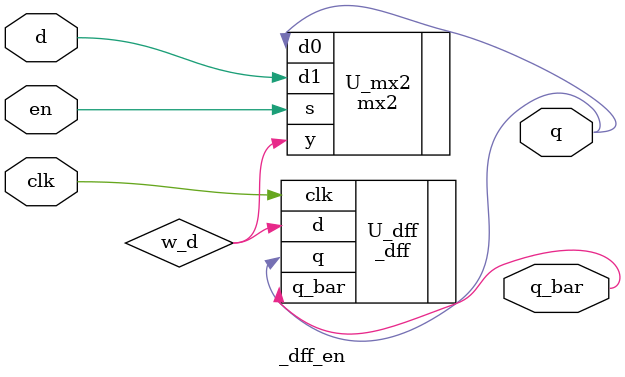
<source format=v>
module _dff_en(clk, en, d, q, q_bar);
	input 	clk, en, d;
	output 	q, q_bar;
	
	wire		w_d;
	
	//instance
	mx2 U_mx2(.d0(q), .d1(d), .s(en), .y(w_d));
	_dff U_dff(.clk(clk), .d(w_d), .q(q), .q_bar(q_bar));
	
endmodule 
</source>
